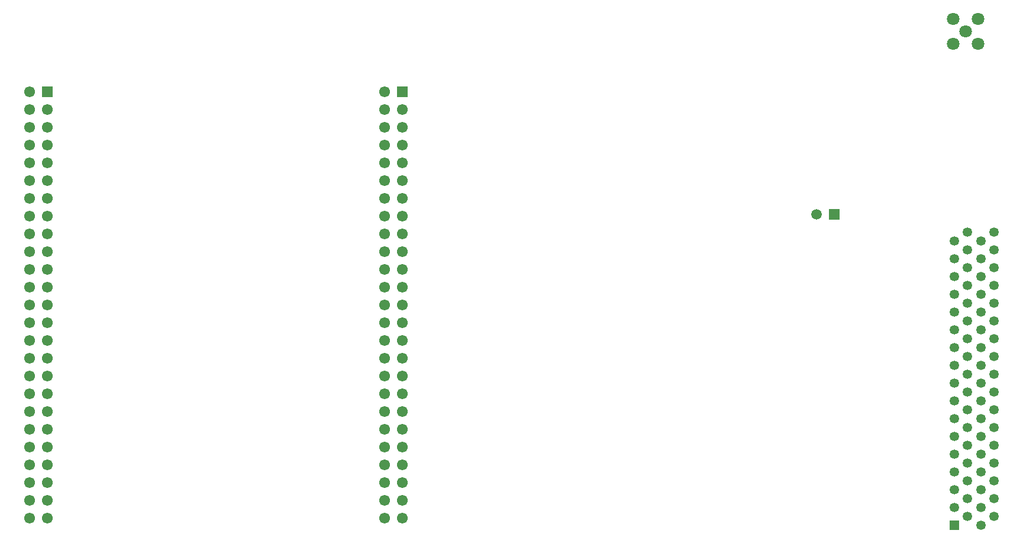
<source format=gbr>
%TF.GenerationSoftware,Altium Limited,Altium Designer,19.0.15 (446)*%
G04 Layer_Color=255*
%FSLAX26Y26*%
%MOIN*%
%TF.FileFunction,Pads,Bot*%
%TF.Part,Single*%
G01*
G75*
%TA.AperFunction,ComponentPad*%
%ADD36C,0.053150*%
%ADD37R,0.053150X0.053150*%
%ADD38C,0.061024*%
%ADD39R,0.061024X0.061024*%
%ADD40C,0.070866*%
%ADD41R,0.059055X0.059055*%
%ADD42C,0.059055*%
D36*
X5563780Y2279129D02*
D03*
Y2179129D02*
D03*
Y2079129D02*
D03*
Y1979129D02*
D03*
Y1879129D02*
D03*
Y1779129D02*
D03*
Y1679129D02*
D03*
Y1579129D02*
D03*
Y1479129D02*
D03*
Y1379129D02*
D03*
Y1279129D02*
D03*
Y1179129D02*
D03*
Y1079129D02*
D03*
Y979129D02*
D03*
Y879129D02*
D03*
Y779129D02*
D03*
X5488778Y2229129D02*
D03*
Y2129129D02*
D03*
Y2029129D02*
D03*
Y1929129D02*
D03*
Y1829129D02*
D03*
Y1729129D02*
D03*
Y1629129D02*
D03*
Y1529129D02*
D03*
Y1429129D02*
D03*
Y1329129D02*
D03*
Y1229129D02*
D03*
Y1129129D02*
D03*
Y1029129D02*
D03*
Y929129D02*
D03*
Y829129D02*
D03*
Y729129D02*
D03*
X5563780Y679129D02*
D03*
X5488778Y629129D02*
D03*
X5413780Y2279129D02*
D03*
Y2179129D02*
D03*
Y2079129D02*
D03*
Y1979129D02*
D03*
Y1879129D02*
D03*
Y1779129D02*
D03*
Y1679129D02*
D03*
Y1579129D02*
D03*
Y1479129D02*
D03*
Y1379129D02*
D03*
Y1279129D02*
D03*
Y1179129D02*
D03*
Y1079129D02*
D03*
Y979129D02*
D03*
Y879129D02*
D03*
Y779129D02*
D03*
Y679129D02*
D03*
X5338778Y2229129D02*
D03*
Y2129129D02*
D03*
Y2029129D02*
D03*
Y1929129D02*
D03*
Y1829129D02*
D03*
Y1729129D02*
D03*
Y1629129D02*
D03*
Y1529129D02*
D03*
Y1429129D02*
D03*
Y1329129D02*
D03*
Y1229129D02*
D03*
Y1129129D02*
D03*
Y1029129D02*
D03*
Y929129D02*
D03*
Y829129D02*
D03*
Y729129D02*
D03*
D37*
Y629129D02*
D03*
D38*
X2131417Y670119D02*
D03*
Y770119D02*
D03*
Y870119D02*
D03*
Y970119D02*
D03*
Y1070119D02*
D03*
Y1170119D02*
D03*
Y1270119D02*
D03*
Y1370119D02*
D03*
Y1470119D02*
D03*
Y1570119D02*
D03*
Y1670119D02*
D03*
Y1770119D02*
D03*
Y1870119D02*
D03*
Y1970119D02*
D03*
Y2070119D02*
D03*
Y2170119D02*
D03*
Y2270119D02*
D03*
Y2370119D02*
D03*
Y2470119D02*
D03*
Y2570119D02*
D03*
Y2670119D02*
D03*
Y2770119D02*
D03*
Y2870119D02*
D03*
Y2970119D02*
D03*
Y3070119D02*
D03*
X2231417Y670119D02*
D03*
Y770119D02*
D03*
Y870119D02*
D03*
Y970119D02*
D03*
Y1070119D02*
D03*
Y1170119D02*
D03*
Y1270119D02*
D03*
Y1370119D02*
D03*
Y1470119D02*
D03*
Y1570119D02*
D03*
Y1670119D02*
D03*
Y1770119D02*
D03*
Y1870119D02*
D03*
Y1970119D02*
D03*
Y2070119D02*
D03*
Y2170119D02*
D03*
Y2270119D02*
D03*
Y2370119D02*
D03*
Y2470119D02*
D03*
Y2570119D02*
D03*
Y2670119D02*
D03*
Y2770119D02*
D03*
Y2870119D02*
D03*
Y2970119D02*
D03*
X131417Y670119D02*
D03*
Y770119D02*
D03*
Y870119D02*
D03*
Y970119D02*
D03*
Y1070119D02*
D03*
Y1170119D02*
D03*
Y1270119D02*
D03*
Y1370119D02*
D03*
Y1470119D02*
D03*
Y1570119D02*
D03*
Y1670119D02*
D03*
Y1770119D02*
D03*
Y1870119D02*
D03*
Y1970119D02*
D03*
Y2070119D02*
D03*
Y2170119D02*
D03*
Y2270119D02*
D03*
Y2370119D02*
D03*
Y2470119D02*
D03*
Y2570119D02*
D03*
Y2670119D02*
D03*
Y2770119D02*
D03*
Y2870119D02*
D03*
Y2970119D02*
D03*
Y3070119D02*
D03*
X231417Y670119D02*
D03*
Y770119D02*
D03*
Y870119D02*
D03*
Y970119D02*
D03*
Y1070119D02*
D03*
Y1170119D02*
D03*
Y1270119D02*
D03*
Y1370119D02*
D03*
Y1470119D02*
D03*
Y1570119D02*
D03*
Y1670119D02*
D03*
Y1770119D02*
D03*
Y1870119D02*
D03*
Y1970119D02*
D03*
Y2070119D02*
D03*
Y2170119D02*
D03*
Y2270119D02*
D03*
Y2370119D02*
D03*
Y2470119D02*
D03*
Y2570119D02*
D03*
Y2670119D02*
D03*
Y2770119D02*
D03*
Y2870119D02*
D03*
Y2970119D02*
D03*
D39*
X2231417Y3070119D02*
D03*
X231417D02*
D03*
D40*
X5403631Y3408573D02*
D03*
X5334034Y3478171D02*
D03*
Y3338976D02*
D03*
X5473228Y3478171D02*
D03*
Y3338976D02*
D03*
D41*
X4664173Y2380710D02*
D03*
D42*
X4564173D02*
D03*
%TF.MD5,36154116d60a77ce72e75f5db82de410*%
M02*

</source>
